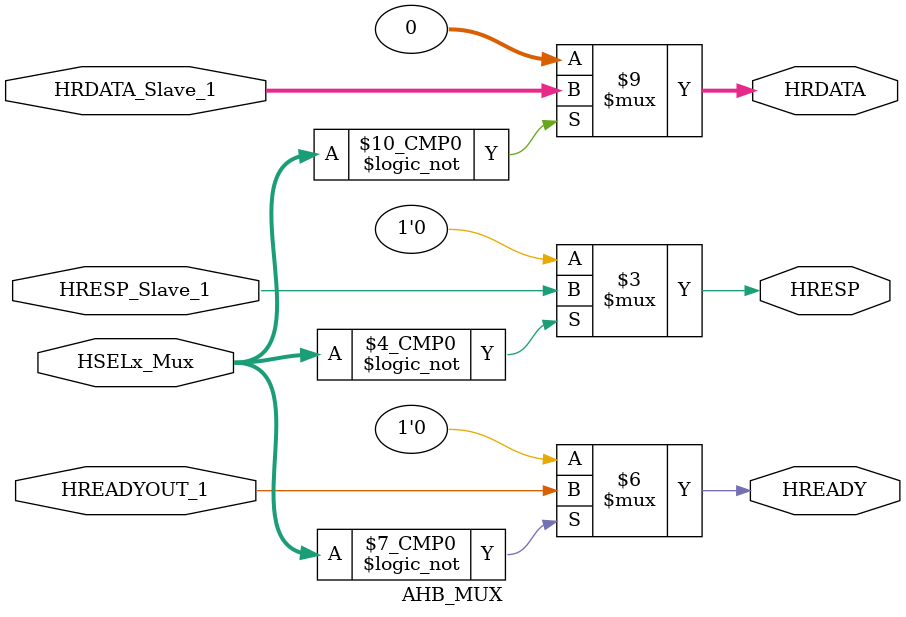
<source format=v>
module AHB_MUX (
    // inputs from slave
    input HRESP_Slave_1, // response from first slave
    input HREADYOUT_1, // ready signal from first slave
    input [31:0] HRDATA_Slave_1, // read data from first slave

    // inputs from mux
    input [1:0] HSELx_Mux, // Slave select signal

    // outputs
    output reg [31:0] HRDATA,
    output reg HREADY,
    output reg HRESP
);
    // to select between multiple slaves (we will insert more slaves later) 
    always @(*) begin
        case (HSELx_Mux)
            2'b00: begin
                HRDATA = HRDATA_Slave_1; // Read data from first slave
                HREADY = HREADYOUT_1; // Ready signal from mux ( to indicate the completeness of the transfer for other Slaves)
                HRESP = HRESP_Slave_1; // Response from first slave
            end
            default: begin
                HRDATA = 32'h00000000; // Default case, can be modified as needed
                HREADY = 1'b0; // Default ready signal
                HRESP = 1'b0; // Default response signal
            end
        endcase
    end
endmodule
</source>
